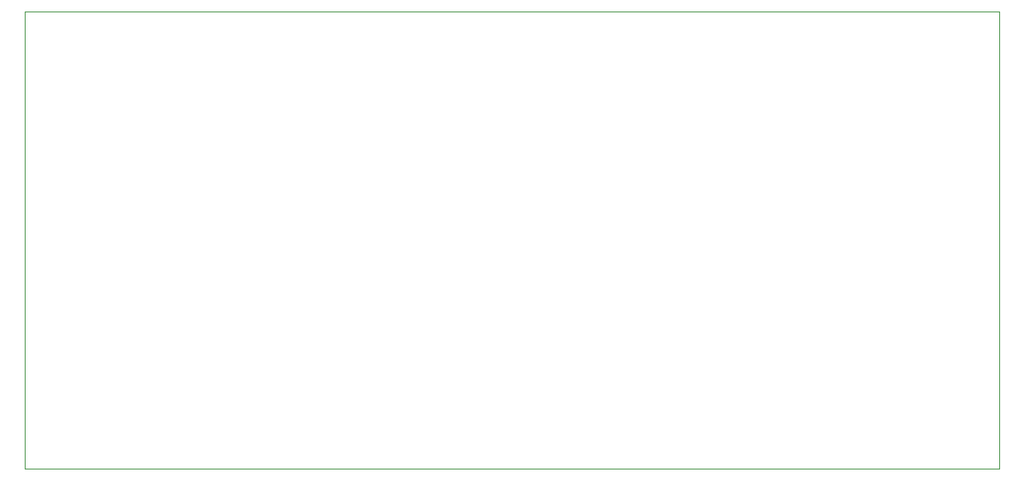
<source format=gm1>
%TF.GenerationSoftware,KiCad,Pcbnew,(6.0.1)*%
%TF.CreationDate,2022-10-03T06:33:07-04:00*%
%TF.ProjectId,MOD-VOL-POTS,4d4f442d-564f-44c2-9d50-4f54532e6b69,rev?*%
%TF.SameCoordinates,Original*%
%TF.FileFunction,Profile,NP*%
%FSLAX46Y46*%
G04 Gerber Fmt 4.6, Leading zero omitted, Abs format (unit mm)*
G04 Created by KiCad (PCBNEW (6.0.1)) date 2022-10-03 06:33:07*
%MOMM*%
%LPD*%
G01*
G04 APERTURE LIST*
%TA.AperFunction,Profile*%
%ADD10C,0.100000*%
%TD*%
G04 APERTURE END LIST*
D10*
X90000000Y-40000000D02*
X190000000Y-40000000D01*
X190000000Y-40000000D02*
X190000000Y-87000000D01*
X190000000Y-87000000D02*
X90000000Y-87000000D01*
X90000000Y-87000000D02*
X90000000Y-40000000D01*
M02*

</source>
